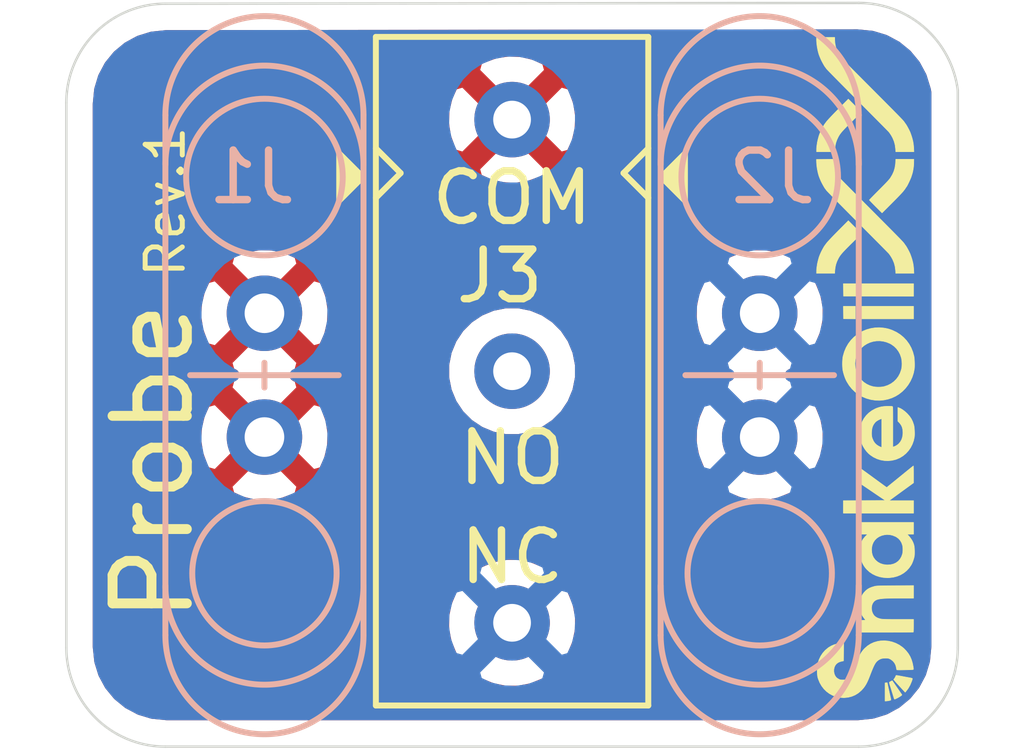
<source format=kicad_pcb>
(kicad_pcb (version 20171130) (host pcbnew 5.1.9+dfsg1-1+deb11u1)

  (general
    (thickness 1.6)
    (drawings 22)
    (tracks 0)
    (zones 0)
    (modules 4)
    (nets 4)
  )

  (page A4)
  (layers
    (0 F.Cu signal)
    (31 B.Cu signal)
    (32 B.Adhes user)
    (33 F.Adhes user)
    (34 B.Paste user)
    (35 F.Paste user)
    (36 B.SilkS user)
    (37 F.SilkS user)
    (38 B.Mask user)
    (39 F.Mask user)
    (40 Dwgs.User user)
    (41 Cmts.User user)
    (42 Eco1.User user)
    (43 Eco2.User user)
    (44 Edge.Cuts user)
    (45 Margin user)
    (46 B.CrtYd user)
    (47 F.CrtYd user)
    (48 B.Fab user)
    (49 F.Fab user)
  )

  (setup
    (last_trace_width 0.25)
    (trace_clearance 0.2)
    (zone_clearance 0.508)
    (zone_45_only no)
    (trace_min 0.2)
    (via_size 0.8)
    (via_drill 0.4)
    (via_min_size 0.4)
    (via_min_drill 0.3)
    (uvia_size 0.3)
    (uvia_drill 0.1)
    (uvias_allowed no)
    (uvia_min_size 0.2)
    (uvia_min_drill 0.1)
    (edge_width 0.05)
    (segment_width 0.2)
    (pcb_text_width 0.3)
    (pcb_text_size 1.5 1.5)
    (mod_edge_width 0.12)
    (mod_text_size 1 1)
    (mod_text_width 0.15)
    (pad_size 1.524 1.524)
    (pad_drill 0.762)
    (pad_to_mask_clearance 0)
    (aux_axis_origin 0 0)
    (visible_elements FFFFFF7F)
    (pcbplotparams
      (layerselection 0x010fc_ffffffff)
      (usegerberextensions false)
      (usegerberattributes true)
      (usegerberadvancedattributes true)
      (creategerberjobfile true)
      (excludeedgelayer true)
      (linewidth 0.100000)
      (plotframeref false)
      (viasonmask false)
      (mode 1)
      (useauxorigin false)
      (hpglpennumber 1)
      (hpglpenspeed 20)
      (hpglpendiameter 15.000000)
      (psnegative false)
      (psa4output false)
      (plotreference true)
      (plotvalue true)
      (plotinvisibletext false)
      (padsonsilk false)
      (subtractmaskfromsilk false)
      (outputformat 1)
      (mirror false)
      (drillshape 0)
      (scaleselection 1)
      (outputdirectory "probe-mount-gerber/"))
  )

  (net 0 "")
  (net 1 "Net-(J1-Pad1)")
  (net 2 "Net-(J2-Pad1)")
  (net 3 "Net-(J3-Pad3)")

  (net_class Default "This is the default net class."
    (clearance 0.2)
    (trace_width 0.25)
    (via_dia 0.8)
    (via_drill 0.4)
    (uvia_dia 0.3)
    (uvia_drill 0.1)
    (add_net "Net-(J1-Pad1)")
    (add_net "Net-(J2-Pad1)")
    (add_net "Net-(J3-Pad3)")
  )

  (module custom-footprints:snakeoilxy-text-logo-XM (layer F.Cu) (tedit 0) (tstamp 64C527F9)
    (at 154.5 124.75 90)
    (fp_text reference G*** (at 0 0 90) (layer F.SilkS) hide
      (effects (font (size 1.524 1.524) (thickness 0.3)))
    )
    (fp_text value LOGO (at 0.75 0 90) (layer F.SilkS) hide
      (effects (font (size 1.524 1.524) (thickness 0.3)))
    )
    (fp_poly (pts (xy 1.140177 -0.067733) (xy 0.885953 -0.067733) (xy 0.887476 -0.187677) (xy 0.889 -0.307622)
      (xy 1.014588 -0.309141) (xy 1.140177 -0.31066) (xy 1.140177 -0.067733)) (layer F.SilkS) (width 0.01))
    (fp_poly (pts (xy 4.3053 -0.852278) (xy 4.332512 -0.851446) (xy 4.360859 -0.849303) (xy 4.382911 -0.846504)
      (xy 4.405849 -0.842849) (xy 4.428199 -0.83966) (xy 4.439355 -0.838281) (xy 4.454638 -0.835699)
      (xy 4.477724 -0.83073) (xy 4.50557 -0.82412) (xy 4.535135 -0.816616) (xy 4.563377 -0.808965)
      (xy 4.586111 -0.80227) (xy 4.610748 -0.793566) (xy 4.642128 -0.780938) (xy 4.677005 -0.76572)
      (xy 4.693355 -0.758205) (xy 4.70819 -0.750854) (xy 4.728149 -0.740415) (xy 4.750597 -0.728336)
      (xy 4.772896 -0.716063) (xy 4.792409 -0.705044) (xy 4.806501 -0.696725) (xy 4.811888 -0.693157)
      (xy 4.818586 -0.688115) (xy 4.832214 -0.678032) (xy 4.850583 -0.664521) (xy 4.865511 -0.653582)
      (xy 4.881519 -0.640704) (xy 4.904734 -0.620315) (xy 4.934516 -0.593018) (xy 4.970223 -0.559417)
      (xy 5.011217 -0.520116) (xy 5.056856 -0.47572) (xy 5.1065 -0.426833) (xy 5.119015 -0.414423)
      (xy 5.324542 -0.210368) (xy 5.193168 -0.079784) (xy 5.161621 -0.048466) (xy 5.132748 -0.019878)
      (xy 5.10749 0.005054) (xy 5.086788 0.025403) (xy 5.071584 0.040245) (xy 5.062819 0.048652)
      (xy 5.061019 0.050227) (xy 5.057023 0.046222) (xy 5.045883 0.034976) (xy 5.028383 0.017282)
      (xy 5.005308 -0.006064) (xy 4.977442 -0.034269) (xy 4.945571 -0.066539) (xy 4.910478 -0.102079)
      (xy 4.8768 -0.136196) (xy 4.825929 -0.187543) (xy 4.781947 -0.231452) (xy 4.743983 -0.268686)
      (xy 4.711165 -0.300009) (xy 4.682625 -0.326181) (xy 4.657491 -0.347967) (xy 4.634893 -0.366129)
      (xy 4.61396 -0.38143) (xy 4.593824 -0.394632) (xy 4.573612 -0.406498) (xy 4.559839 -0.413952)
      (xy 4.500072 -0.442139) (xy 4.441756 -0.462372) (xy 4.381038 -0.475728) (xy 4.314066 -0.483283)
      (xy 4.310944 -0.483497) (xy 4.261555 -0.486803) (xy 4.261555 -0.852311) (xy 4.3053 -0.852278)) (layer F.SilkS) (width 0.01))
    (fp_poly (pts (xy 1.849966 -0.852278) (xy 1.877179 -0.851446) (xy 1.905526 -0.849303) (xy 1.927577 -0.846504)
      (xy 1.950516 -0.842849) (xy 1.972866 -0.83966) (xy 1.984022 -0.838281) (xy 1.999305 -0.835699)
      (xy 2.022391 -0.83073) (xy 2.050237 -0.82412) (xy 2.079802 -0.816616) (xy 2.108043 -0.808965)
      (xy 2.130777 -0.80227) (xy 2.155414 -0.793566) (xy 2.186795 -0.780938) (xy 2.221672 -0.76572)
      (xy 2.238022 -0.758205) (xy 2.252856 -0.750854) (xy 2.272816 -0.740415) (xy 2.295264 -0.728336)
      (xy 2.317562 -0.716063) (xy 2.337076 -0.705044) (xy 2.351168 -0.696725) (xy 2.356555 -0.693157)
      (xy 2.363253 -0.688115) (xy 2.37688 -0.678032) (xy 2.39525 -0.664521) (xy 2.410177 -0.653582)
      (xy 2.426186 -0.640704) (xy 2.449401 -0.620315) (xy 2.479182 -0.593018) (xy 2.51489 -0.559417)
      (xy 2.555883 -0.520116) (xy 2.601522 -0.47572) (xy 2.651166 -0.426833) (xy 2.663682 -0.414423)
      (xy 2.869209 -0.210368) (xy 2.737835 -0.079784) (xy 2.706288 -0.048466) (xy 2.677415 -0.019878)
      (xy 2.652156 0.005054) (xy 2.631455 0.025403) (xy 2.61625 0.040245) (xy 2.607485 0.048652)
      (xy 2.605685 0.050227) (xy 2.60169 0.046222) (xy 2.59055 0.034976) (xy 2.573049 0.017282)
      (xy 2.549974 -0.006064) (xy 2.522109 -0.034269) (xy 2.490237 -0.066539) (xy 2.455145 -0.102079)
      (xy 2.421466 -0.136196) (xy 2.370596 -0.187543) (xy 2.326614 -0.231452) (xy 2.288649 -0.268686)
      (xy 2.255832 -0.300009) (xy 2.227291 -0.326181) (xy 2.202157 -0.347967) (xy 2.179559 -0.366129)
      (xy 2.158627 -0.38143) (xy 2.13849 -0.394632) (xy 2.118278 -0.406498) (xy 2.104505 -0.413952)
      (xy 2.044739 -0.442139) (xy 1.986423 -0.462372) (xy 1.925705 -0.475728) (xy 1.858733 -0.483283)
      (xy 1.855611 -0.483497) (xy 1.806222 -0.486803) (xy 1.806222 -0.852311) (xy 1.849966 -0.852278)) (layer F.SilkS) (width 0.01))
    (fp_poly (pts (xy -6.461486 0.551745) (xy -6.460031 0.565716) (xy -6.459746 0.573713) (xy -6.459888 0.574283)
      (xy -6.465517 0.576059) (xy -6.478756 0.57909) (xy -6.48872 0.58113) (xy -6.509894 0.585435)
      (xy -6.535463 0.590814) (xy -6.5532 0.594645) (xy -6.605508 0.606117) (xy -6.648128 0.615492)
      (xy -6.682407 0.623071) (xy -6.709688 0.629152) (xy -6.731317 0.634035) (xy -6.748638 0.638019)
      (xy -6.760383 0.640782) (xy -6.784455 0.646174) (xy -6.799848 0.648448) (xy -6.808749 0.647542)
      (xy -6.813345 0.643394) (xy -6.814972 0.639234) (xy -6.818808 0.623009) (xy -6.822908 0.601017)
      (xy -6.826566 0.577682) (xy -6.829074 0.557431) (xy -6.829778 0.546475) (xy -6.829778 0.530578)
      (xy -6.464124 0.530578) (xy -6.461486 0.551745)) (layer F.SilkS) (width 0.01))
    (fp_poly (pts (xy -6.452517 0.619153) (xy -6.445831 0.623729) (xy -6.440361 0.632298) (xy -6.434186 0.645014)
      (xy -6.434003 0.645393) (xy -6.419274 0.675829) (xy -6.558204 0.771575) (xy -6.593436 0.795833)
      (xy -6.625804 0.818077) (xy -6.654102 0.837479) (xy -6.677121 0.853214) (xy -6.693653 0.864455)
      (xy -6.702491 0.870375) (xy -6.703501 0.871013) (xy -6.709636 0.868419) (xy -6.719898 0.857405)
      (xy -6.732957 0.839434) (xy -6.734768 0.836697) (xy -6.764042 0.787828) (xy -6.785868 0.742303)
      (xy -6.78944 0.733243) (xy -6.791618 0.726365) (xy -6.790758 0.721354) (xy -6.785058 0.717039)
      (xy -6.772712 0.712249) (xy -6.751917 0.705811) (xy -6.743228 0.703225) (xy -6.718958 0.695947)
      (xy -6.697385 0.689359) (xy -6.681787 0.684466) (xy -6.677378 0.683013) (xy -6.665152 0.679084)
      (xy -6.64597 0.673203) (xy -6.62372 0.666559) (xy -6.620934 0.66574) (xy -6.594395 0.657782)
      (xy -6.563265 0.64821) (xy -6.533681 0.638912) (xy -6.529836 0.637683) (xy -6.499079 0.627834)
      (xy -6.47722 0.62136) (xy -6.46234 0.618415) (xy -6.452517 0.619153)) (layer F.SilkS) (width 0.01))
    (fp_poly (pts (xy -6.37238 0.721984) (xy -6.354251 0.733532) (xy -6.335868 0.742858) (xy -6.329636 0.745268)
      (xy -6.316927 0.750396) (xy -6.312261 0.757095) (xy -6.312991 0.769782) (xy -6.313386 0.77237)
      (xy -6.316676 0.792217) (xy -6.32154 0.819969) (xy -6.3274 0.852449) (xy -6.333681 0.886479)
      (xy -6.339808 0.918881) (xy -6.341666 0.928511) (xy -6.346134 0.952138) (xy -6.351599 0.981915)
      (xy -6.357152 1.012868) (xy -6.359442 1.025878) (xy -6.364681 1.053415) (xy -6.369222 1.071205)
      (xy -6.373545 1.080726) (xy -6.378119 1.083458) (xy -6.387178 1.08156) (xy -6.403763 1.076752)
      (xy -6.424779 1.069951) (xy -6.431845 1.067534) (xy -6.505681 1.036741) (xy -6.574308 0.997681)
      (xy -6.632223 0.9544) (xy -6.651978 0.937536) (xy -6.637867 0.924104) (xy -6.622871 0.909999)
      (xy -6.602515 0.891092) (xy -6.578207 0.868668) (xy -6.551352 0.844009) (xy -6.523358 0.818398)
      (xy -6.49563 0.793118) (xy -6.469576 0.769452) (xy -6.446601 0.748683) (xy -6.428113 0.732095)
      (xy -6.415517 0.720969) (xy -6.410926 0.717093) (xy -6.395651 0.705126) (xy -6.37238 0.721984)) (layer F.SilkS) (width 0.01))
    (fp_poly (pts (xy 1.597377 1.106311) (xy 1.343334 1.106311) (xy 1.344767 0.399345) (xy 1.3462 -0.307622)
      (xy 1.471788 -0.309141) (xy 1.597377 -0.31066) (xy 1.597377 1.106311)) (layer F.SilkS) (width 0.01))
    (fp_poly (pts (xy 1.140177 1.106311) (xy 0.886177 1.106311) (xy 0.886177 0.045156) (xy 1.140177 0.045156)
      (xy 1.140177 1.106311)) (layer F.SilkS) (width 0.01))
    (fp_poly (pts (xy -2.779889 0.537804) (xy -2.725397 0.45658) (xy -2.707725 0.430316) (xy -2.685114 0.396831)
      (xy -2.658991 0.358231) (xy -2.63078 0.31662) (xy -2.601907 0.274101) (xy -2.573797 0.232779)
      (xy -2.570952 0.2286) (xy -2.545803 0.191617) (xy -2.522251 0.15687) (xy -2.501176 0.125666)
      (xy -2.483455 0.099309) (xy -2.469968 0.079104) (xy -2.461593 0.066357) (xy -2.459786 0.0635)
      (xy -2.448574 0.045156) (xy -2.296261 0.045156) (xy -2.247241 0.045356) (xy -2.207269 0.045943)
      (xy -2.176847 0.0469) (xy -2.15648 0.048207) (xy -2.146668 0.049846) (xy -2.14583 0.050686)
      (xy -2.149563 0.056608) (xy -2.159052 0.07031) (xy -2.173363 0.090482) (xy -2.191562 0.115813)
      (xy -2.212713 0.144993) (xy -2.229362 0.167808) (xy -2.28145 0.239014) (xy -2.328743 0.303695)
      (xy -2.371002 0.361527) (xy -2.407991 0.412186) (xy -2.439473 0.455344) (xy -2.465209 0.490679)
      (xy -2.484964 0.517863) (xy -2.498499 0.536572) (xy -2.505297 0.54608) (xy -2.518163 0.564405)
      (xy -2.43736 0.663941) (xy -2.407485 0.700729) (xy -2.37387 0.7421) (xy -2.339282 0.784651)
      (xy -2.306486 0.82498) (xy -2.280201 0.857284) (xy -2.237245 0.91007) (xy -2.200891 0.954773)
      (xy -2.170606 0.992059) (xy -2.145858 1.022591) (xy -2.126112 1.047034) (xy -2.110836 1.066053)
      (xy -2.099495 1.080312) (xy -2.091556 1.090475) (xy -2.086486 1.097208) (xy -2.083751 1.101175)
      (xy -2.082818 1.10304) (xy -2.0828 1.103197) (xy -2.088216 1.103971) (xy -2.103546 1.104667)
      (xy -2.127417 1.105262) (xy -2.158455 1.105732) (xy -2.195286 1.106052) (xy -2.236536 1.106198)
      (xy -2.253545 1.106202) (xy -2.424289 1.106093) (xy -2.492579 1.011658) (xy -2.517271 0.97756)
      (xy -2.545624 0.938489) (xy -2.576444 0.896084) (xy -2.608538 0.85198) (xy -2.640713 0.807815)
      (xy -2.671775 0.765227) (xy -2.700531 0.725853) (xy -2.725788 0.691331) (xy -2.746353 0.663297)
      (xy -2.756217 0.649902) (xy -2.782712 0.614003) (xy -2.782712 1.106311) (xy -3.036712 1.106311)
      (xy -3.036712 -0.310444) (xy -2.782783 -0.310444) (xy -2.779889 0.537804)) (layer F.SilkS) (width 0.01))
    (fp_poly (pts (xy -4.866306 0.026173) (xy -4.839268 0.026675) (xy -4.818651 0.027852) (xy -4.802025 0.029968)
      (xy -4.786955 0.033288) (xy -4.77101 0.038075) (xy -4.761089 0.041393) (xy -4.723179 0.055396)
      (xy -4.692738 0.069523) (xy -4.666096 0.085738) (xy -4.639586 0.106005) (xy -4.638097 0.107245)
      (xy -4.602837 0.140049) (xy -4.574315 0.174704) (xy -4.551196 0.213493) (xy -4.532144 0.258696)
      (xy -4.515825 0.312594) (xy -4.5142 0.318911) (xy -4.511908 0.328449) (xy -4.509931 0.338261)
      (xy -4.508239 0.349254) (xy -4.506802 0.362335) (xy -4.505588 0.378411) (xy -4.504568 0.398388)
      (xy -4.503711 0.423173) (xy -4.502986 0.453673) (xy -4.502363 0.490796) (xy -4.501812 0.535447)
      (xy -4.501302 0.588533) (xy -4.500802 0.650962) (xy -4.500282 0.723641) (xy -4.500202 0.735189)
      (xy -4.497653 1.106311) (xy -4.752623 1.106311) (xy -4.752672 0.845256) (xy -4.752863 0.75895)
      (xy -4.753468 0.683124) (xy -4.75459 0.616971) (xy -4.75633 0.559686) (xy -4.758791 0.510463)
      (xy -4.762075 0.468496) (xy -4.766284 0.432981) (xy -4.771519 0.403111) (xy -4.777883 0.378081)
      (xy -4.785479 0.357085) (xy -4.794407 0.339317) (xy -4.804771 0.323973) (xy -4.816671 0.310246)
      (xy -4.821006 0.305883) (xy -4.852857 0.282291) (xy -4.890681 0.266583) (xy -4.932418 0.25871)
      (xy -4.976009 0.258624) (xy -5.019391 0.266278) (xy -5.060505 0.281624) (xy -5.097291 0.304614)
      (xy -5.106647 0.312515) (xy -5.133785 0.344296) (xy -5.155056 0.384861) (xy -5.169879 0.433015)
      (xy -5.17293 0.448469) (xy -5.174917 0.461732) (xy -5.17659 0.477498) (xy -5.177974 0.496759)
      (xy -5.179093 0.520507) (xy -5.179971 0.549732) (xy -5.180633 0.585425) (xy -5.181102 0.628578)
      (xy -5.181404 0.680182) (xy -5.181561 0.741228) (xy -5.1816 0.802251) (xy -5.1816 1.106311)
      (xy -5.30766 1.106311) (xy -5.344296 1.10615) (xy -5.377082 1.105697) (xy -5.404356 1.105002)
      (xy -5.424455 1.104112) (xy -5.435714 1.103075) (xy -5.437482 1.102548) (xy -5.438026 1.096482)
      (xy -5.438546 1.079916) (xy -5.439037 1.053641) (xy -5.439493 1.018446) (xy -5.439909 0.97512)
      (xy -5.440279 0.924453) (xy -5.440597 0.867234) (xy -5.440858 0.804254) (xy -5.441057 0.736302)
      (xy -5.441187 0.664167) (xy -5.441243 0.588639) (xy -5.441245 0.571858) (xy -5.441245 0.044931)
      (xy -5.3213 0.046455) (xy -5.201356 0.047978) (xy -5.199722 0.094243) (xy -5.198087 0.140507)
      (xy -5.161447 0.111304) (xy -5.112926 0.076624) (xy -5.06494 0.050836) (xy -5.032023 0.037817)
      (xy -5.017601 0.033363) (xy -5.002767 0.030181) (xy -4.985263 0.028066) (xy -4.96283 0.026814)
      (xy -4.933209 0.026221) (xy -4.9022 0.026083) (xy -4.866306 0.026173)) (layer F.SilkS) (width 0.01))
    (fp_poly (pts (xy -6.169603 -0.837966) (xy -6.130849 -0.835914) (xy -6.097743 -0.832512) (xy -6.073423 -0.827854)
      (xy -5.994377 -0.801444) (xy -5.923726 -0.76775) (xy -5.860953 -0.726416) (xy -5.80554 -0.677088)
      (xy -5.75697 -0.619411) (xy -5.745163 -0.602657) (xy -5.716654 -0.55434) (xy -5.693829 -0.501153)
      (xy -5.676146 -0.441443) (xy -5.663066 -0.373557) (xy -5.658215 -0.337176) (xy -5.654413 -0.304642)
      (xy -5.836614 -0.306132) (xy -6.018814 -0.307622) (xy -6.025931 -0.342521) (xy -6.03757 -0.385199)
      (xy -6.05396 -0.419823) (xy -6.076435 -0.449101) (xy -6.080553 -0.453338) (xy -6.112346 -0.477599)
      (xy -6.149811 -0.493954) (xy -6.190792 -0.502479) (xy -6.233133 -0.503246) (xy -6.274676 -0.496331)
      (xy -6.313267 -0.481808) (xy -6.346748 -0.45975) (xy -6.362901 -0.443621) (xy -6.371319 -0.431933)
      (xy -6.381914 -0.414858) (xy -6.388297 -0.403577) (xy -6.395487 -0.389189) (xy -6.400009 -0.375952)
      (xy -6.402467 -0.360534) (xy -6.403463 -0.339603) (xy -6.403614 -0.318911) (xy -6.403285 -0.291659)
      (xy -6.401902 -0.272327) (xy -6.398873 -0.257554) (xy -6.393605 -0.24398) (xy -6.388659 -0.234132)
      (xy -6.370044 -0.206556) (xy -6.3445 -0.178948) (xy -6.315769 -0.15496) (xy -6.293073 -0.140865)
      (xy -6.277371 -0.133561) (xy -6.254537 -0.123822) (xy -6.228041 -0.113098) (xy -6.209016 -0.105722)
      (xy -6.181971 -0.095437) (xy -6.156023 -0.085549) (xy -6.134663 -0.07739) (xy -6.124223 -0.073385)
      (xy -6.108418 -0.067306) (xy -6.085457 -0.058478) (xy -6.058721 -0.048201) (xy -6.037533 -0.040059)
      (xy -5.96612 -0.010497) (xy -5.904511 0.019742) (xy -5.851225 0.051529) (xy -5.804779 0.085737)
      (xy -5.769135 0.117797) (xy -5.718238 0.175353) (xy -5.677336 0.237993) (xy -5.646309 0.305967)
      (xy -5.625039 0.379526) (xy -5.615199 0.440445) (xy -5.611923 0.518818) (xy -5.619098 0.597157)
      (xy -5.636243 0.673989) (xy -5.662877 0.747839) (xy -5.69852 0.817235) (xy -5.74269 0.880701)
      (xy -5.768623 0.910608) (xy -5.820173 0.9607) (xy -5.873822 1.002337) (xy -5.931121 1.036266)
      (xy -5.993624 1.063238) (xy -6.062883 1.084001) (xy -6.140451 1.099305) (xy -6.167848 1.103246)
      (xy -6.183052 1.10459) (xy -6.190597 1.102458) (xy -6.193889 1.095617) (xy -6.194319 1.093659)
      (xy -6.195123 1.084814) (xy -6.196082 1.066276) (xy -6.19714 1.039638) (xy -6.198238 1.006494)
      (xy -6.19932 0.968437) (xy -6.200329 0.927061) (xy -6.200392 0.924219) (xy -6.201355 0.876518)
      (xy -6.201872 0.838998) (xy -6.201916 0.810557) (xy -6.201459 0.790096) (xy -6.200475 0.776515)
      (xy -6.198936 0.768711) (xy -6.196817 0.765586) (xy -6.196498 0.765466) (xy -6.187382 0.763591)
      (xy -6.170819 0.760723) (xy -6.152078 0.757743) (xy -6.104287 0.744906) (xy -6.060592 0.722265)
      (xy -6.02261 0.69103) (xy -5.991957 0.65241) (xy -5.978573 0.62796) (xy -5.971552 0.611797)
      (xy -5.967117 0.597303) (xy -5.964721 0.581085) (xy -5.963819 0.559749) (xy -5.963809 0.536223)
      (xy -5.965969 0.493624) (xy -5.97241 0.458489) (xy -5.984167 0.427469) (xy -6.002273 0.397217)
      (xy -6.009957 0.386645) (xy -6.023095 0.370817) (xy -6.038295 0.35598) (xy -6.056561 0.34161)
      (xy -6.078897 0.327177) (xy -6.106308 0.312156) (xy -6.139798 0.296019) (xy -6.180372 0.27824)
      (xy -6.229033 0.258292) (xy -6.286786 0.235647) (xy -6.327423 0.220089) (xy -6.390358 0.19504)
      (xy -6.444021 0.171019) (xy -6.490231 0.146942) (xy -6.530805 0.121724) (xy -6.567562 0.094283)
      (xy -6.602319 0.063534) (xy -6.620934 0.045135) (xy -6.669042 -0.011871) (xy -6.707363 -0.074335)
      (xy -6.735694 -0.14175) (xy -6.753833 -0.213609) (xy -6.761578 -0.289407) (xy -6.761868 -0.307622)
      (xy -6.756479 -0.38436) (xy -6.740681 -0.457707) (xy -6.71503 -0.526961) (xy -6.680081 -0.591421)
      (xy -6.636389 -0.650385) (xy -6.584509 -0.703152) (xy -6.524998 -0.74902) (xy -6.458409 -0.787288)
      (xy -6.385298 -0.817255) (xy -6.35 -0.827958) (xy -6.325049 -0.832666) (xy -6.29173 -0.83602)
      (xy -6.252848 -0.838021) (xy -6.211204 -0.838669) (xy -6.169603 -0.837966)) (layer F.SilkS) (width 0.01))
    (fp_poly (pts (xy 6.563077 -0.852792) (xy 6.565103 -0.850246) (xy 6.566731 -0.842296) (xy 6.567994 -0.828017)
      (xy 6.568929 -0.806485) (xy 6.569572 -0.776773) (xy 6.569957 -0.737958) (xy 6.570121 -0.689113)
      (xy 6.570133 -0.668866) (xy 6.570133 -0.485422) (xy 6.525082 -0.485422) (xy 6.453592 -0.480431)
      (xy 6.380966 -0.466035) (xy 6.309661 -0.443094) (xy 6.242133 -0.41247) (xy 6.180838 -0.375026)
      (xy 6.155266 -0.355631) (xy 6.149378 -0.350118) (xy 6.135949 -0.337082) (xy 6.115431 -0.316974)
      (xy 6.088279 -0.29024) (xy 6.054944 -0.257331) (xy 6.01588 -0.218695) (xy 5.971539 -0.174781)
      (xy 5.922374 -0.126037) (xy 5.868839 -0.072912) (xy 5.811386 -0.015856) (xy 5.750467 0.044683)
      (xy 5.686537 0.108257) (xy 5.620047 0.174416) (xy 5.55145 0.242711) (xy 5.5372 0.256904)
      (xy 5.453103 0.340661) (xy 5.376612 0.416825) (xy 5.307338 0.485776) (xy 5.244894 0.54789)
      (xy 5.188892 0.603548) (xy 5.138942 0.653126) (xy 5.094656 0.697004) (xy 5.055648 0.73556)
      (xy 5.021527 0.769173) (xy 4.991906 0.79822) (xy 4.966398 0.82308) (xy 4.944612 0.844132)
      (xy 4.926162 0.861753) (xy 4.910659 0.876323) (xy 4.897715 0.88822) (xy 4.886942 0.897821)
      (xy 4.877951 0.905507) (xy 4.870354 0.911654) (xy 4.863763 0.916641) (xy 4.857789 0.920847)
      (xy 4.85218 0.924562) (xy 4.838047 0.933985) (xy 4.828274 0.940995) (xy 4.826 0.942939)
      (xy 4.81706 0.950038) (xy 4.800097 0.960873) (xy 4.777256 0.974281) (xy 4.750682 0.989096)
      (xy 4.722522 1.004156) (xy 4.69492 1.018296) (xy 4.670024 1.030351) (xy 4.649978 1.039157)
      (xy 4.645377 1.040937) (xy 4.581891 1.063267) (xy 4.52535 1.080485) (xy 4.472974 1.093218)
      (xy 4.421983 1.102088) (xy 4.369598 1.10772) (xy 4.339166 1.109663) (xy 4.261555 1.113598)
      (xy 4.261555 0.74673) (xy 4.322119 0.742814) (xy 4.398063 0.733249) (xy 4.469805 0.714291)
      (xy 4.539482 0.685268) (xy 4.586111 0.659835) (xy 4.610507 0.644537) (xy 4.635081 0.627866)
      (xy 4.655399 0.612859) (xy 4.659488 0.609562) (xy 4.666656 0.602954) (xy 4.681349 0.588818)
      (xy 4.703109 0.567608) (xy 4.731477 0.539779) (xy 4.765995 0.505785) (xy 4.806205 0.46608)
      (xy 4.851648 0.421117) (xy 4.901867 0.371351) (xy 4.956402 0.317236) (xy 5.014795 0.259225)
      (xy 5.076588 0.197774) (xy 5.141322 0.133335) (xy 5.20854 0.066362) (xy 5.277782 -0.002689)
      (xy 5.300133 -0.024991) (xy 5.369894 -0.09455) (xy 5.437777 -0.162119) (xy 5.503326 -0.227247)
      (xy 5.566081 -0.289485) (xy 5.625586 -0.348382) (xy 5.681382 -0.403489) (xy 5.733012 -0.454354)
      (xy 5.780017 -0.500529) (xy 5.821941 -0.541562) (xy 5.858325 -0.577003) (xy 5.888712 -0.606403)
      (xy 5.912643 -0.629311) (xy 5.929662 -0.645277) (xy 5.939309 -0.653851) (xy 5.940777 -0.654968)
      (xy 5.956288 -0.665588) (xy 5.967666 -0.673914) (xy 5.971822 -0.6775) (xy 5.979158 -0.683357)
      (xy 5.994439 -0.693113) (xy 6.015529 -0.705585) (xy 6.040294 -0.719587) (xy 6.066598 -0.733934)
      (xy 6.092308 -0.747442) (xy 6.115288 -0.758926) (xy 6.133405 -0.767199) (xy 6.133413 -0.767203)
      (xy 6.155283 -0.776384) (xy 6.174238 -0.784377) (xy 6.187013 -0.789801) (xy 6.189133 -0.790713)
      (xy 6.23025 -0.805845) (xy 6.27973 -0.819721) (xy 6.334675 -0.831859) (xy 6.392184 -0.841779)
      (xy 6.44936 -0.848998) (xy 6.503303 -0.853037) (xy 6.551114 -0.853413) (xy 6.563077 -0.852792)) (layer F.SilkS) (width 0.01))
    (fp_poly (pts (xy 3.29176 0.218362) (xy 3.303732 0.22947) (xy 3.322103 0.24705) (xy 3.346087 0.270335)
      (xy 3.374902 0.298562) (xy 3.407765 0.330966) (xy 3.443892 0.366782) (xy 3.4825 0.405245)
      (xy 3.487932 0.41067) (xy 3.538324 0.460843) (xy 3.581587 0.503501) (xy 3.618403 0.539281)
      (xy 3.649452 0.568821) (xy 3.675414 0.592756) (xy 3.696972 0.611725) (xy 3.714805 0.626364)
      (xy 3.729595 0.63731) (xy 3.731783 0.638801) (xy 3.798092 0.67865) (xy 3.864126 0.708326)
      (xy 3.932252 0.728629) (xy 4.00484 0.740361) (xy 4.040011 0.74308) (xy 4.109155 0.746809)
      (xy 4.109155 1.111956) (xy 4.054122 1.111128) (xy 4.024391 1.1103) (xy 3.993397 1.108821)
      (xy 3.966537 1.106965) (xy 3.959577 1.106325) (xy 3.933324 1.102987) (xy 3.902909 1.098053)
      (xy 3.871833 1.092201) (xy 3.843597 1.086106) (xy 3.821701 1.080447) (xy 3.815644 1.078506)
      (xy 3.803447 1.074459) (xy 3.784311 1.06837) (xy 3.762104 1.061466) (xy 3.7592 1.060574)
      (xy 3.741379 1.054201) (xy 3.717373 1.044345) (xy 3.689299 1.032015) (xy 3.659274 1.018216)
      (xy 3.629413 1.003957) (xy 3.601833 0.990246) (xy 3.578651 0.978089) (xy 3.561983 0.968495)
      (xy 3.554601 0.963187) (xy 3.545606 0.956175) (xy 3.531287 0.946621) (xy 3.524955 0.942709)
      (xy 3.510931 0.933926) (xy 3.501435 0.92736) (xy 3.499555 0.925724) (xy 3.494013 0.920944)
      (xy 3.481786 0.911238) (xy 3.465215 0.898455) (xy 3.460044 0.894522) (xy 3.448702 0.884957)
      (xy 3.430363 0.868285) (xy 3.405978 0.84542) (xy 3.376497 0.817275) (xy 3.342868 0.784762)
      (xy 3.306041 0.748794) (xy 3.266966 0.710285) (xy 3.226592 0.670147) (xy 3.224897 0.668453)
      (xy 3.026439 0.470203) (xy 3.154386 0.342346) (xy 3.185638 0.311256) (xy 3.214415 0.282895)
      (xy 3.239731 0.258213) (xy 3.260603 0.23816) (xy 3.276045 0.223684) (xy 3.285075 0.215736)
      (xy 3.286968 0.214489) (xy 3.29176 0.218362)) (layer F.SilkS) (width 0.01))
    (fp_poly (pts (xy 4.107821 -0.669891) (xy 4.109309 -0.485422) (xy 4.067004 -0.485422) (xy 3.997346 -0.480457)
      (xy 3.925996 -0.466173) (xy 3.855553 -0.443492) (xy 3.788619 -0.413331) (xy 3.727792 -0.37661)
      (xy 3.699933 -0.355631) (xy 3.694044 -0.350118) (xy 3.680615 -0.337082) (xy 3.660098 -0.316974)
      (xy 3.632945 -0.29024) (xy 3.599611 -0.257331) (xy 3.560546 -0.218695) (xy 3.516206 -0.174781)
      (xy 3.467041 -0.126037) (xy 3.413506 -0.072912) (xy 3.356053 -0.015856) (xy 3.295134 0.044683)
      (xy 3.231204 0.108257) (xy 3.164714 0.174416) (xy 3.096117 0.242711) (xy 3.081866 0.256904)
      (xy 2.997769 0.340661) (xy 2.921278 0.416825) (xy 2.852005 0.485776) (xy 2.789561 0.54789)
      (xy 2.733558 0.603548) (xy 2.683608 0.653126) (xy 2.639323 0.697004) (xy 2.600314 0.73556)
      (xy 2.566194 0.769173) (xy 2.536573 0.79822) (xy 2.511064 0.82308) (xy 2.489279 0.844132)
      (xy 2.470829 0.861753) (xy 2.455326 0.876323) (xy 2.442382 0.88822) (xy 2.431609 0.897821)
      (xy 2.422617 0.905507) (xy 2.41502 0.911654) (xy 2.408429 0.916641) (xy 2.402456 0.920847)
      (xy 2.396847 0.924562) (xy 2.382714 0.933985) (xy 2.372941 0.940995) (xy 2.370666 0.942939)
      (xy 2.361727 0.950038) (xy 2.344764 0.960873) (xy 2.321923 0.974281) (xy 2.295349 0.989096)
      (xy 2.267188 1.004156) (xy 2.239587 1.018296) (xy 2.21469 1.030351) (xy 2.194644 1.039157)
      (xy 2.190044 1.040937) (xy 2.126558 1.063267) (xy 2.070017 1.080485) (xy 2.01764 1.093218)
      (xy 1.966649 1.102088) (xy 1.914264 1.10772) (xy 1.883833 1.109663) (xy 1.806222 1.113598)
      (xy 1.806222 0.74673) (xy 1.866785 0.742814) (xy 1.942729 0.733249) (xy 2.014471 0.714291)
      (xy 2.084149 0.685268) (xy 2.130777 0.659835) (xy 2.155174 0.644537) (xy 2.179748 0.627866)
      (xy 2.200066 0.612859) (xy 2.204155 0.609562) (xy 2.211323 0.602954) (xy 2.226016 0.588818)
      (xy 2.247775 0.567608) (xy 2.276144 0.539779) (xy 2.310662 0.505785) (xy 2.350872 0.46608)
      (xy 2.396315 0.421117) (xy 2.446533 0.371351) (xy 2.501068 0.317236) (xy 2.559461 0.259225)
      (xy 2.621254 0.197774) (xy 2.685989 0.133335) (xy 2.753206 0.066362) (xy 2.822449 -0.002689)
      (xy 2.8448 -0.024991) (xy 2.91456 -0.09455) (xy 2.982444 -0.162119) (xy 3.047992 -0.227247)
      (xy 3.110748 -0.289485) (xy 3.170252 -0.348382) (xy 3.226048 -0.403489) (xy 3.277678 -0.454354)
      (xy 3.324684 -0.500529) (xy 3.366608 -0.541562) (xy 3.402992 -0.577003) (xy 3.433379 -0.606403)
      (xy 3.45731 -0.629311) (xy 3.474328 -0.645277) (xy 3.483976 -0.653851) (xy 3.485444 -0.654968)
      (xy 3.500954 -0.665588) (xy 3.512332 -0.673914) (xy 3.516488 -0.6775) (xy 3.523825 -0.683357)
      (xy 3.539106 -0.693113) (xy 3.560196 -0.705585) (xy 3.58496 -0.719587) (xy 3.611265 -0.733934)
      (xy 3.636975 -0.747442) (xy 3.659955 -0.758926) (xy 3.678071 -0.767199) (xy 3.67808 -0.767203)
      (xy 3.69995 -0.776384) (xy 3.718905 -0.784377) (xy 3.73168 -0.789801) (xy 3.7338 -0.790713)
      (xy 3.773588 -0.805417) (xy 3.821774 -0.819119) (xy 3.875473 -0.83126) (xy 3.931802 -0.841282)
      (xy 3.987879 -0.848626) (xy 4.040819 -0.852733) (xy 4.056646 -0.853273) (xy 4.106333 -0.854361)
      (xy 4.107821 -0.669891)) (layer F.SilkS) (width 0.01))
    (fp_poly (pts (xy 0.022104 -0.328996) (xy 0.06932 -0.326139) (xy 0.110843 -0.321259) (xy 0.133272 -0.317007)
      (xy 0.223709 -0.290728) (xy 0.307682 -0.255212) (xy 0.385107 -0.210517) (xy 0.455901 -0.156699)
      (xy 0.519982 -0.093818) (xy 0.577265 -0.021931) (xy 0.595839 0.005573) (xy 0.636989 0.079242)
      (xy 0.669367 0.15861) (xy 0.692576 0.241858) (xy 0.706217 0.327162) (xy 0.709892 0.412703)
      (xy 0.703204 0.496658) (xy 0.703196 0.496711) (xy 0.695866 0.542357) (xy 0.68787 0.580839)
      (xy 0.678119 0.616276) (xy 0.665521 0.652786) (xy 0.654142 0.681885) (xy 0.615344 0.763168)
      (xy 0.567763 0.837658) (xy 0.51197 0.904881) (xy 0.448534 0.964362) (xy 0.378026 1.015629)
      (xy 0.301017 1.058207) (xy 0.218077 1.091624) (xy 0.132644 1.114805) (xy 0.105172 1.119131)
      (xy 0.069602 1.122596) (xy 0.029099 1.125093) (xy -0.01317 1.126516) (xy -0.054039 1.126756)
      (xy -0.090344 1.125708) (xy -0.118534 1.123314) (xy -0.206157 1.106193) (xy -0.290632 1.078797)
      (xy -0.371011 1.041773) (xy -0.446346 0.99577) (xy -0.51569 0.941437) (xy -0.578093 0.879423)
      (xy -0.632608 0.810376) (xy -0.673844 0.743316) (xy -0.70884 0.667435) (xy -0.735086 0.586597)
      (xy -0.752131 0.503025) (xy -0.759524 0.418942) (xy -0.758232 0.379654) (xy -0.491178 0.379654)
      (xy -0.490664 0.432002) (xy -0.485966 0.481375) (xy -0.479299 0.515524) (xy -0.455767 0.58598)
      (xy -0.42304 0.650287) (xy -0.381749 0.707832) (xy -0.332527 0.758005) (xy -0.276004 0.800194)
      (xy -0.212814 0.833787) (xy -0.143589 0.858175) (xy -0.118534 0.864318) (xy -0.072301 0.871069)
      (xy -0.020272 0.873058) (xy 0.033165 0.8704) (xy 0.083627 0.863211) (xy 0.104422 0.858469)
      (xy 0.170242 0.835676) (xy 0.231158 0.803356) (xy 0.286073 0.762393) (xy 0.33389 0.713669)
      (xy 0.373512 0.658067) (xy 0.389216 0.629356) (xy 0.417103 0.561863) (xy 0.434808 0.493134)
      (xy 0.442714 0.424133) (xy 0.441204 0.355824) (xy 0.430662 0.289172) (xy 0.411471 0.225141)
      (xy 0.384014 0.164694) (xy 0.348675 0.108798) (xy 0.305837 0.058414) (xy 0.255882 0.014509)
      (xy 0.199195 -0.021954) (xy 0.136159 -0.050011) (xy 0.116599 -0.056482) (xy 0.051656 -0.071237)
      (xy -0.014696 -0.076702) (xy -0.071261 -0.073578) (xy -0.142358 -0.06074) (xy -0.205705 -0.04078)
      (xy -0.262819 -0.013023) (xy -0.315215 0.023203) (xy -0.342555 0.046967) (xy -0.392172 0.100751)
      (xy -0.432062 0.160263) (xy -0.462244 0.225535) (xy -0.479631 0.282824) (xy -0.487502 0.328529)
      (xy -0.491178 0.379654) (xy -0.758232 0.379654) (xy -0.756815 0.336572) (xy -0.756643 0.334844)
      (xy -0.741996 0.242048) (xy -0.717449 0.154299) (xy -0.683296 0.072033) (xy -0.639833 -0.004317)
      (xy -0.587357 -0.074315) (xy -0.526164 -0.137528) (xy -0.456549 -0.193519) (xy -0.378808 -0.241856)
      (xy -0.355901 -0.25382) (xy -0.31318 -0.272835) (xy -0.263299 -0.291035) (xy -0.210374 -0.307052)
      (xy -0.15852 -0.319518) (xy -0.158045 -0.319615) (xy -0.120881 -0.32514) (xy -0.07628 -0.328526)
      (xy -0.027524 -0.329801) (xy 0.022104 -0.328996)) (layer F.SilkS) (width 0.01))
    (fp_poly (pts (xy -1.360551 0.024864) (xy -1.332312 0.027849) (xy -1.258083 0.044244) (xy -1.188086 0.07075)
      (xy -1.123119 0.106728) (xy -1.063976 0.151537) (xy -1.011455 0.204537) (xy -0.96635 0.265085)
      (xy -0.929459 0.332543) (xy -0.916809 0.362259) (xy -0.899836 0.411203) (xy -0.888159 0.459329)
      (xy -0.881155 0.510196) (xy -0.878204 0.56736) (xy -0.878022 0.5842) (xy -0.878174 0.614664)
      (xy -0.878801 0.641639) (xy -0.879813 0.662858) (xy -0.88112 0.676057) (xy -0.881768 0.678745)
      (xy -0.883059 0.68063) (xy -0.885788 0.68226) (xy -0.890725 0.683653) (xy -0.898641 0.684827)
      (xy -0.910307 0.685801) (xy -0.926492 0.686594) (xy -0.947967 0.687223) (xy -0.975503 0.687709)
      (xy -1.009871 0.688068) (xy -1.05184 0.68832) (xy -1.102181 0.688482) (xy -1.161666 0.688575)
      (xy -1.231063 0.688615) (xy -1.293013 0.688623) (xy -1.700202 0.688623) (xy -1.696392 0.704145)
      (xy -1.684661 0.736014) (xy -1.665685 0.769486) (xy -1.641932 0.800408) (xy -1.634349 0.808462)
      (xy -1.594461 0.841866) (xy -1.549415 0.86648) (xy -1.498309 0.882634) (xy -1.440246 0.890657)
      (xy -1.407473 0.891726) (xy -1.352161 0.888327) (xy -1.304038 0.877456) (xy -1.261255 0.858405)
      (xy -1.221961 0.830467) (xy -1.203899 0.813793) (xy -1.18013 0.790223) (xy -0.902351 0.790223)
      (xy -0.906284 0.802923) (xy -0.922143 0.84102) (xy -0.94668 0.8825) (xy -0.978584 0.925489)
      (xy -1.016542 0.968111) (xy -1.034024 0.985499) (xy -1.082433 1.027508) (xy -1.131921 1.060887)
      (xy -1.185507 1.087326) (xy -1.246212 1.108515) (xy -1.261534 1.112833) (xy -1.285717 1.117628)
      (xy -1.318089 1.121582) (xy -1.355574 1.124553) (xy -1.395093 1.126398) (xy -1.43357 1.126975)
      (xy -1.467927 1.126142) (xy -1.495086 1.123758) (xy -1.495778 1.123657) (xy -1.572921 1.107013)
      (xy -1.645867 1.080728) (xy -1.713766 1.045507) (xy -1.775765 1.002054) (xy -1.831014 0.951073)
      (xy -1.878661 0.893269) (xy -1.917856 0.829345) (xy -1.947747 0.760005) (xy -1.952407 0.745951)
      (xy -1.97066 0.669907) (xy -1.978093 0.592911) (xy -1.974956 0.516108) (xy -1.965454 0.462845)
      (xy -1.710176 0.462845) (xy -1.128129 0.462845) (xy -1.131695 0.450145) (xy -1.141051 0.424819)
      (xy -1.154996 0.396493) (xy -1.171367 0.368915) (xy -1.188004 0.345834) (xy -1.198304 0.334677)
      (xy -1.235785 0.304885) (xy -1.275725 0.283092) (xy -1.320087 0.268617) (xy -1.370832 0.260781)
      (xy -1.417026 0.258835) (xy -1.448358 0.259118) (xy -1.47225 0.260569) (xy -1.49253 0.263699)
      (xy -1.513027 0.269018) (xy -1.527093 0.273495) (xy -1.578705 0.295465) (xy -1.621992 0.324663)
      (xy -1.657694 0.361797) (xy -1.686555 0.407573) (xy -1.700649 0.438856) (xy -1.710176 0.462845)
      (xy -1.965454 0.462845) (xy -1.961493 0.440647) (xy -1.937953 0.367675) (xy -1.904583 0.298338)
      (xy -1.861629 0.233784) (xy -1.835307 0.202175) (xy -1.79133 0.159808) (xy -1.738992 0.120389)
      (xy -1.681155 0.085667) (xy -1.620685 0.057389) (xy -1.569156 0.039671) (xy -1.535538 0.032485)
      (xy -1.494319 0.027235) (xy -1.449048 0.024096) (xy -1.403275 0.023247) (xy -1.360551 0.024864)) (layer F.SilkS) (width 0.01))
    (fp_poly (pts (xy -3.767084 0.025659) (xy -3.738721 0.026211) (xy -3.716892 0.027447) (xy -3.69922 0.029588)
      (xy -3.683329 0.03285) (xy -3.666842 0.037454) (xy -3.663245 0.038561) (xy -3.609454 0.059314)
      (xy -3.561693 0.086883) (xy -3.516804 0.123192) (xy -3.503789 0.135714) (xy -3.460045 0.179254)
      (xy -3.460045 0.045156) (xy -3.222978 0.045156) (xy -3.222978 1.106311) (xy -3.460045 1.106311)
      (xy -3.460217 1.037167) (xy -3.460567 1.007292) (xy -3.461498 0.987856) (xy -3.463097 0.978018)
      (xy -3.465447 0.976941) (xy -3.466219 0.978039) (xy -3.475775 0.989669) (xy -3.49254 1.005538)
      (xy -3.514204 1.023819) (xy -3.538458 1.042681) (xy -3.56299 1.060298) (xy -3.585492 1.074839)
      (xy -3.595999 1.080776) (xy -3.631952 1.098037) (xy -3.66604 1.110422) (xy -3.701558 1.118708)
      (xy -3.741797 1.123674) (xy -3.787423 1.126026) (xy -3.818882 1.126518) (xy -3.849305 1.126283)
      (xy -3.87536 1.125391) (xy -3.893715 1.123912) (xy -3.894667 1.123782) (xy -3.93091 1.116478)
      (xy -3.972109 1.104728) (xy -4.014104 1.089979) (xy -4.052737 1.073678) (xy -4.080934 1.059029)
      (xy -4.143836 1.015458) (xy -4.198612 0.96432) (xy -4.244947 0.906196) (xy -4.282526 0.841669)
      (xy -4.311034 0.77132) (xy -4.330159 0.695731) (xy -4.339584 0.615483) (xy -4.340415 0.584579)
      (xy -4.080934 0.584579) (xy -4.076148 0.646891) (xy -4.061982 0.703261) (xy -4.038724 0.753296)
      (xy -4.006662 0.7966) (xy -3.966084 0.83278) (xy -3.917278 0.861441) (xy -3.864497 0.881076)
      (xy -3.832275 0.887423) (xy -3.793454 0.890693) (xy -3.752308 0.890836) (xy -3.713114 0.887803)
      (xy -3.686348 0.883131) (xy -3.634711 0.865481) (xy -3.588618 0.838607) (xy -3.549235 0.803427)
      (xy -3.517725 0.760857) (xy -3.507929 0.742671) (xy -3.48417 0.684024) (xy -3.471055 0.626449)
      (xy -3.468306 0.568173) (xy -3.473093 0.521603) (xy -3.487904 0.461521) (xy -3.511309 0.408112)
      (xy -3.542655 0.361944) (xy -3.581286 0.323584) (xy -3.626546 0.293602) (xy -3.677781 0.272566)
      (xy -3.734336 0.261044) (xy -3.775783 0.258936) (xy -3.834574 0.263476) (xy -3.886636 0.276489)
      (xy -3.933217 0.298461) (xy -3.975566 0.329878) (xy -3.987906 0.341489) (xy -4.025173 0.385939)
      (xy -4.0529 0.436175) (xy -4.071155 0.492369) (xy -4.080003 0.554697) (xy -4.080934 0.584579)
      (xy -4.340415 0.584579) (xy -4.340578 0.578556) (xy -4.335651 0.498059) (xy -4.32114 0.420899)
      (xy -4.297449 0.348082) (xy -4.264983 0.280612) (xy -4.224148 0.219495) (xy -4.175348 0.165736)
      (xy -4.173653 0.164142) (xy -4.139291 0.133885) (xy -4.106793 0.10992) (xy -4.071672 0.089207)
      (xy -4.039579 0.073359) (xy -4.001838 0.056673) (xy -3.96848 0.044279) (xy -3.93656 0.035578)
      (xy -3.903134 0.029973) (xy -3.865256 0.026864) (xy -3.819982 0.025655) (xy -3.804356 0.025573)
      (xy -3.767084 0.025659)) (layer F.SilkS) (width 0.01))
  )

  (module custom-footprints:pogo-magnet-2p (layer B.Cu) (tedit 64C0E8C6) (tstamp 64C5240B)
    (at 142.5 125)
    (path /64C4E0D3)
    (fp_text reference J1 (at -0.25 -4) (layer B.SilkS)
      (effects (font (size 1 1) (thickness 0.15)) (justify mirror))
    )
    (fp_text value Pogo-magnet (at 0 0.5) (layer B.Fab)
      (effects (font (size 1 1) (thickness 0.15)) (justify mirror))
    )
    (fp_line (start 0 -0.25) (end 0 0.25) (layer B.SilkS) (width 0.12))
    (fp_line (start -1.5 0) (end 1.5 0) (layer B.SilkS) (width 0.12))
    (fp_line (start 2 5.25) (end 2 -5.25) (layer B.SilkS) (width 0.12))
    (fp_line (start -2 5.25) (end -2 -5.25) (layer B.SilkS) (width 0.12))
    (fp_circle (center 0 -4) (end 1.5 -4.5) (layer B.SilkS) (width 0.12))
    (fp_circle (center 0 4) (end 1.25 3.25) (layer B.SilkS) (width 0.12))
    (fp_arc (start 0 5.25) (end 2 5.25) (angle 180) (layer B.SilkS) (width 0.12))
    (fp_arc (start 0 4.25) (end 2 4.25) (angle 180) (layer B.SilkS) (width 0.12))
    (fp_arc (start 0 -5.25) (end -2 -5.25) (angle 180) (layer B.SilkS) (width 0.12))
    (fp_arc (start 0 -4.25) (end -2 -4.25) (angle 180) (layer B.SilkS) (width 0.12))
    (pad 1 thru_hole circle (at 0 1.25) (size 1.524 1.524) (drill 0.8) (layers *.Cu *.Mask)
      (net 1 "Net-(J1-Pad1)"))
    (pad 2 thru_hole circle (at 0 -1.25) (size 1.524 1.524) (drill 0.8) (layers *.Cu *.Mask)
      (net 1 "Net-(J1-Pad1)"))
  )

  (module custom-footprints:pogo-magnet-2p (layer B.Cu) (tedit 64C0E8C6) (tstamp 64C5241B)
    (at 152.5 125)
    (path /64C5087D)
    (fp_text reference J2 (at 0.25 -4) (layer B.SilkS)
      (effects (font (size 1 1) (thickness 0.15)) (justify mirror))
    )
    (fp_text value Pogo-magnet (at 0 0.5) (layer B.Fab)
      (effects (font (size 1 1) (thickness 0.15)) (justify mirror))
    )
    (fp_circle (center 0 4) (end 1.25 3.25) (layer B.SilkS) (width 0.12))
    (fp_circle (center 0 -4) (end 1.5 -4.5) (layer B.SilkS) (width 0.12))
    (fp_line (start -2 5.25) (end -2 -5.25) (layer B.SilkS) (width 0.12))
    (fp_line (start 2 5.25) (end 2 -5.25) (layer B.SilkS) (width 0.12))
    (fp_line (start -1.5 0) (end 1.5 0) (layer B.SilkS) (width 0.12))
    (fp_line (start 0 -0.25) (end 0 0.25) (layer B.SilkS) (width 0.12))
    (fp_arc (start 0 -4.25) (end -2 -4.25) (angle 180) (layer B.SilkS) (width 0.12))
    (fp_arc (start 0 -5.25) (end -2 -5.25) (angle 180) (layer B.SilkS) (width 0.12))
    (fp_arc (start 0 4.25) (end 2 4.25) (angle 180) (layer B.SilkS) (width 0.12))
    (fp_arc (start 0 5.25) (end 2 5.25) (angle 180) (layer B.SilkS) (width 0.12))
    (pad 2 thru_hole circle (at 0 -1.25) (size 1.524 1.524) (drill 0.8) (layers *.Cu *.Mask)
      (net 2 "Net-(J2-Pad1)"))
    (pad 1 thru_hole circle (at 0 1.25) (size 1.524 1.524) (drill 0.8) (layers *.Cu *.Mask)
      (net 2 "Net-(J2-Pad1)"))
  )

  (module custom-footprints:Switch-limit-D2HW (layer F.Cu) (tedit 64C0F07C) (tstamp 64C5242F)
    (at 147.5 124.92)
    (path /64C5032E)
    (fp_text reference J3 (at -0.25 -1.92) (layer F.SilkS)
      (effects (font (size 1 1) (thickness 0.15)))
    )
    (fp_text value witch_conn (at 0 -0.5) (layer F.Fab)
      (effects (font (size 1 1) (thickness 0.15)))
    )
    (fp_line (start -2.25 -4) (end -2.75 -4.5) (layer F.SilkS) (width 0.12))
    (fp_line (start -2.75 -3.5) (end -2.25 -4) (layer F.SilkS) (width 0.12))
    (fp_line (start 2.25 -4) (end 2.75 -3.5) (layer F.SilkS) (width 0.12))
    (fp_line (start 2.75 -4.5) (end 2.25 -4) (layer F.SilkS) (width 0.12))
    (fp_line (start -2.75 6.75) (end -2.75 -6.75) (layer F.SilkS) (width 0.12))
    (fp_line (start 2.75 6.75) (end -2.75 6.75) (layer F.SilkS) (width 0.12))
    (fp_line (start 2.75 -6.75) (end 2.75 6.75) (layer F.SilkS) (width 0.12))
    (fp_line (start -2.75 -6.75) (end 2.75 -6.75) (layer F.SilkS) (width 0.12))
    (fp_line (start -2.75 0) (end -2.75 -6.75) (layer Dwgs.User) (width 0.12))
    (fp_line (start 0 0) (end -2.75 0) (layer Dwgs.User) (width 0.12))
    (fp_text user COM (at 0 -3.5) (layer F.SilkS)
      (effects (font (size 1 1) (thickness 0.15)))
    )
    (fp_text user NO (at 0 1.75) (layer F.SilkS)
      (effects (font (size 1 1) (thickness 0.15)))
    )
    (fp_text user NC (at 0 3.75) (layer F.SilkS)
      (effects (font (size 1 1) (thickness 0.15)))
    )
    (pad 1 thru_hole circle (at 0 -5.08) (size 1.524 1.524) (drill 0.762) (layers *.Cu *.Mask)
      (net 1 "Net-(J1-Pad1)"))
    (pad 3 thru_hole circle (at 0 0) (size 1.524 1.524) (drill 0.762) (layers *.Cu *.Mask)
      (net 3 "Net-(J3-Pad3)"))
    (pad 2 thru_hole circle (at 0 5.08) (size 1.524 1.524) (drill 0.762) (layers *.Cu *.Mask)
      (net 2 "Net-(J2-Pad1)"))
  )

  (gr_poly (pts (xy 151 121.5) (xy 150.5 121) (xy 151 120.5)) (layer F.SilkS) (width 0.1))
  (gr_poly (pts (xy 144.5 121) (xy 144 121.5) (xy 144 120.5)) (layer F.SilkS) (width 0.1))
  (gr_text Rev.1 (at 140.5 121.5 90) (layer F.SilkS)
    (effects (font (size 0.75 0.75) (thickness 0.1)))
  )
  (gr_text Probe (at 140.25 126.75 90) (layer F.SilkS)
    (effects (font (size 1.5 1.5) (thickness 0.2)))
  )
  (gr_line (start 138.5 130.5) (end 138.5 119.5) (layer Edge.Cuts) (width 0.05) (tstamp 64C52544))
  (gr_line (start 154.5 132.5) (end 140.5 132.5) (layer Edge.Cuts) (width 0.05) (tstamp 64C52543))
  (gr_line (start 156.499999 119.250001) (end 156.5 130.5) (layer Edge.Cuts) (width 0.05) (tstamp 64C52542))
  (gr_line (start 140.5 117.5) (end 154.500001 117.484437) (layer Edge.Cuts) (width 0.05) (tstamp 64C52541))
  (gr_arc (start 140.5 119.5) (end 140.5 117.5) (angle -90) (layer Edge.Cuts) (width 0.05))
  (gr_arc (start 154.5 119.5) (end 156.499999 119.250001) (angle -82.87498365) (layer Edge.Cuts) (width 0.05))
  (gr_arc (start 154.5 130.5) (end 154.5 132.5) (angle -90) (layer Edge.Cuts) (width 0.05))
  (gr_arc (start 140.5 130.5) (end 138.5 130.5) (angle -90) (layer Edge.Cuts) (width 0.05))
  (gr_line (start 138.5 132.5) (end 138.5 125) (layer Dwgs.User) (width 0.15) (tstamp 64C524C9))
  (gr_line (start 156.5 132.5) (end 138.5 132.5) (layer Dwgs.User) (width 0.15))
  (gr_line (start 156.5 117.5) (end 156.5 132.5) (layer Dwgs.User) (width 0.15))
  (gr_line (start 138.5 117.5) (end 156.5 117.5) (layer Dwgs.User) (width 0.15))
  (gr_line (start 138.5 125) (end 138.5 117.5) (layer Dwgs.User) (width 0.15))
  (gr_line (start 152.5 125) (end 156.5 125) (layer Dwgs.User) (width 0.15))
  (gr_line (start 142.5 125) (end 138.5 125) (layer Dwgs.User) (width 0.15))
  (gr_line (start 142.5 125) (end 142.5 123.75) (layer Dwgs.User) (width 0.15))
  (gr_line (start 152.5 125) (end 152.5 123.75) (layer Dwgs.User) (width 0.15))
  (gr_line (start 142.5 125) (end 152.5 125) (layer Dwgs.User) (width 0.15))

  (zone (net 1) (net_name "Net-(J1-Pad1)") (layer F.Cu) (tstamp 64C52B10) (hatch edge 0.508)
    (connect_pads (clearance 0.508))
    (min_thickness 0.254)
    (fill yes (arc_segments 32) (thermal_gap 0.508) (thermal_bridge_width 0.508))
    (polygon
      (pts
        (xy 156.5 132.5) (xy 138.5 132.5) (xy 138.5 117.5) (xy 156.5 117.5)
      )
    )
    (filled_polygon
      (pts
        (xy 154.762684 118.173358) (xy 155.015356 118.249645) (xy 155.248406 118.373559) (xy 155.452945 118.540378) (xy 155.62119 118.743751)
        (xy 155.746726 118.975924) (xy 155.830543 119.246694) (xy 155.839999 119.304047) (xy 155.840001 130.467711) (xy 155.811375 130.75966)
        (xy 155.735965 131.009429) (xy 155.613477 131.239794) (xy 155.448579 131.441979) (xy 155.247546 131.608288) (xy 155.018046 131.732378)
        (xy 154.768805 131.809531) (xy 154.478911 131.84) (xy 140.532279 131.84) (xy 140.24034 131.811375) (xy 139.990571 131.735965)
        (xy 139.760206 131.613477) (xy 139.558021 131.448579) (xy 139.391712 131.247546) (xy 139.267622 131.018046) (xy 139.190469 130.768805)
        (xy 139.16 130.478911) (xy 139.16 129.862408) (xy 146.103 129.862408) (xy 146.103 130.137592) (xy 146.156686 130.40749)
        (xy 146.261995 130.661727) (xy 146.41488 130.890535) (xy 146.609465 131.08512) (xy 146.838273 131.238005) (xy 147.09251 131.343314)
        (xy 147.362408 131.397) (xy 147.637592 131.397) (xy 147.90749 131.343314) (xy 148.161727 131.238005) (xy 148.390535 131.08512)
        (xy 148.58512 130.890535) (xy 148.738005 130.661727) (xy 148.843314 130.40749) (xy 148.897 130.137592) (xy 148.897 129.862408)
        (xy 148.843314 129.59251) (xy 148.738005 129.338273) (xy 148.58512 129.109465) (xy 148.390535 128.91488) (xy 148.161727 128.761995)
        (xy 147.90749 128.656686) (xy 147.637592 128.603) (xy 147.362408 128.603) (xy 147.09251 128.656686) (xy 146.838273 128.761995)
        (xy 146.609465 128.91488) (xy 146.41488 129.109465) (xy 146.261995 129.338273) (xy 146.156686 129.59251) (xy 146.103 129.862408)
        (xy 139.16 129.862408) (xy 139.16 127.215565) (xy 141.71404 127.215565) (xy 141.78102 127.455656) (xy 142.030048 127.572756)
        (xy 142.297135 127.639023) (xy 142.572017 127.65191) (xy 142.844133 127.610922) (xy 143.103023 127.517636) (xy 143.21898 127.455656)
        (xy 143.28596 127.215565) (xy 142.5 126.429605) (xy 141.71404 127.215565) (xy 139.16 127.215565) (xy 139.16 126.322017)
        (xy 141.09809 126.322017) (xy 141.139078 126.594133) (xy 141.232364 126.853023) (xy 141.294344 126.96898) (xy 141.534435 127.03596)
        (xy 142.320395 126.25) (xy 142.679605 126.25) (xy 143.465565 127.03596) (xy 143.705656 126.96898) (xy 143.822756 126.719952)
        (xy 143.889023 126.452865) (xy 143.90191 126.177983) (xy 143.860922 125.905867) (xy 143.767636 125.646977) (xy 143.705656 125.53102)
        (xy 143.465565 125.46404) (xy 142.679605 126.25) (xy 142.320395 126.25) (xy 141.534435 125.46404) (xy 141.294344 125.53102)
        (xy 141.177244 125.780048) (xy 141.110977 126.047135) (xy 141.09809 126.322017) (xy 139.16 126.322017) (xy 139.16 124.715565)
        (xy 141.71404 124.715565) (xy 141.78102 124.955656) (xy 141.86929 124.997163) (xy 141.78102 125.044344) (xy 141.71404 125.284435)
        (xy 142.5 126.070395) (xy 143.28596 125.284435) (xy 143.21898 125.044344) (xy 143.13071 125.002837) (xy 143.21898 124.955656)
        (xy 143.267312 124.782408) (xy 146.103 124.782408) (xy 146.103 125.057592) (xy 146.156686 125.32749) (xy 146.261995 125.581727)
        (xy 146.41488 125.810535) (xy 146.609465 126.00512) (xy 146.838273 126.158005) (xy 147.09251 126.263314) (xy 147.362408 126.317)
        (xy 147.637592 126.317) (xy 147.90749 126.263314) (xy 148.161727 126.158005) (xy 148.390535 126.00512) (xy 148.58512 125.810535)
        (xy 148.738005 125.581727) (xy 148.843314 125.32749) (xy 148.897 125.057592) (xy 148.897 124.782408) (xy 148.843314 124.51251)
        (xy 148.738005 124.258273) (xy 148.58512 124.029465) (xy 148.390535 123.83488) (xy 148.161727 123.681995) (xy 147.993731 123.612408)
        (xy 151.103 123.612408) (xy 151.103 123.887592) (xy 151.156686 124.15749) (xy 151.261995 124.411727) (xy 151.41488 124.640535)
        (xy 151.609465 124.83512) (xy 151.838273 124.988005) (xy 151.867231 125) (xy 151.838273 125.011995) (xy 151.609465 125.16488)
        (xy 151.41488 125.359465) (xy 151.261995 125.588273) (xy 151.156686 125.84251) (xy 151.103 126.112408) (xy 151.103 126.387592)
        (xy 151.156686 126.65749) (xy 151.261995 126.911727) (xy 151.41488 127.140535) (xy 151.609465 127.33512) (xy 151.838273 127.488005)
        (xy 152.09251 127.593314) (xy 152.362408 127.647) (xy 152.637592 127.647) (xy 152.90749 127.593314) (xy 153.161727 127.488005)
        (xy 153.390535 127.33512) (xy 153.58512 127.140535) (xy 153.738005 126.911727) (xy 153.843314 126.65749) (xy 153.897 126.387592)
        (xy 153.897 126.112408) (xy 153.843314 125.84251) (xy 153.738005 125.588273) (xy 153.58512 125.359465) (xy 153.390535 125.16488)
        (xy 153.161727 125.011995) (xy 153.132769 125) (xy 153.161727 124.988005) (xy 153.390535 124.83512) (xy 153.58512 124.640535)
        (xy 153.738005 124.411727) (xy 153.843314 124.15749) (xy 153.897 123.887592) (xy 153.897 123.612408) (xy 153.843314 123.34251)
        (xy 153.738005 123.088273) (xy 153.58512 122.859465) (xy 153.390535 122.66488) (xy 153.161727 122.511995) (xy 152.90749 122.406686)
        (xy 152.637592 122.353) (xy 152.362408 122.353) (xy 152.09251 122.406686) (xy 151.838273 122.511995) (xy 151.609465 122.66488)
        (xy 151.41488 122.859465) (xy 151.261995 123.088273) (xy 151.156686 123.34251) (xy 151.103 123.612408) (xy 147.993731 123.612408)
        (xy 147.90749 123.576686) (xy 147.637592 123.523) (xy 147.362408 123.523) (xy 147.09251 123.576686) (xy 146.838273 123.681995)
        (xy 146.609465 123.83488) (xy 146.41488 124.029465) (xy 146.261995 124.258273) (xy 146.156686 124.51251) (xy 146.103 124.782408)
        (xy 143.267312 124.782408) (xy 143.28596 124.715565) (xy 142.5 123.929605) (xy 141.71404 124.715565) (xy 139.16 124.715565)
        (xy 139.16 123.822017) (xy 141.09809 123.822017) (xy 141.139078 124.094133) (xy 141.232364 124.353023) (xy 141.294344 124.46898)
        (xy 141.534435 124.53596) (xy 142.320395 123.75) (xy 142.679605 123.75) (xy 143.465565 124.53596) (xy 143.705656 124.46898)
        (xy 143.822756 124.219952) (xy 143.889023 123.952865) (xy 143.90191 123.677983) (xy 143.860922 123.405867) (xy 143.767636 123.146977)
        (xy 143.705656 123.03102) (xy 143.465565 122.96404) (xy 142.679605 123.75) (xy 142.320395 123.75) (xy 141.534435 122.96404)
        (xy 141.294344 123.03102) (xy 141.177244 123.280048) (xy 141.110977 123.547135) (xy 141.09809 123.822017) (xy 139.16 123.822017)
        (xy 139.16 122.784435) (xy 141.71404 122.784435) (xy 142.5 123.570395) (xy 143.28596 122.784435) (xy 143.21898 122.544344)
        (xy 142.969952 122.427244) (xy 142.702865 122.360977) (xy 142.427983 122.34809) (xy 142.155867 122.389078) (xy 141.896977 122.482364)
        (xy 141.78102 122.544344) (xy 141.71404 122.784435) (xy 139.16 122.784435) (xy 139.16 120.805565) (xy 146.71404 120.805565)
        (xy 146.78102 121.045656) (xy 147.030048 121.162756) (xy 147.297135 121.229023) (xy 147.572017 121.24191) (xy 147.844133 121.200922)
        (xy 148.103023 121.107636) (xy 148.21898 121.045656) (xy 148.28596 120.805565) (xy 147.5 120.019605) (xy 146.71404 120.805565)
        (xy 139.16 120.805565) (xy 139.16 119.912017) (xy 146.09809 119.912017) (xy 146.139078 120.184133) (xy 146.232364 120.443023)
        (xy 146.294344 120.55898) (xy 146.534435 120.62596) (xy 147.320395 119.84) (xy 147.679605 119.84) (xy 148.465565 120.62596)
        (xy 148.705656 120.55898) (xy 148.822756 120.309952) (xy 148.889023 120.042865) (xy 148.90191 119.767983) (xy 148.860922 119.495867)
        (xy 148.767636 119.236977) (xy 148.705656 119.12102) (xy 148.465565 119.05404) (xy 147.679605 119.84) (xy 147.320395 119.84)
        (xy 146.534435 119.05404) (xy 146.294344 119.12102) (xy 146.177244 119.370048) (xy 146.110977 119.637135) (xy 146.09809 119.912017)
        (xy 139.16 119.912017) (xy 139.16 119.532279) (xy 139.188625 119.240341) (xy 139.264035 118.990571) (xy 139.325786 118.874435)
        (xy 146.71404 118.874435) (xy 147.5 119.660395) (xy 148.28596 118.874435) (xy 148.21898 118.634344) (xy 147.969952 118.517244)
        (xy 147.702865 118.450977) (xy 147.427983 118.43809) (xy 147.155867 118.479078) (xy 146.896977 118.572364) (xy 146.78102 118.634344)
        (xy 146.71404 118.874435) (xy 139.325786 118.874435) (xy 139.386522 118.760208) (xy 139.551422 118.55802) (xy 139.75245 118.391714)
        (xy 139.981954 118.267622) (xy 140.231195 118.190469) (xy 140.521316 118.159976) (xy 154.468083 118.144472)
      )
    )
  )
  (zone (net 2) (net_name "Net-(J2-Pad1)") (layer B.Cu) (tstamp 64C52B0D) (hatch edge 0.508)
    (connect_pads (clearance 0.508))
    (min_thickness 0.254)
    (fill yes (arc_segments 32) (thermal_gap 0.508) (thermal_bridge_width 0.508))
    (polygon
      (pts
        (xy 156.5 132.5) (xy 138.5 132.5) (xy 138.5 117.5) (xy 156.5 117.5)
      )
    )
    (filled_polygon
      (pts
        (xy 154.762684 118.173358) (xy 155.015356 118.249645) (xy 155.248406 118.373559) (xy 155.452945 118.540378) (xy 155.62119 118.743751)
        (xy 155.746726 118.975924) (xy 155.830543 119.246694) (xy 155.839999 119.304047) (xy 155.840001 130.467711) (xy 155.811375 130.75966)
        (xy 155.735965 131.009429) (xy 155.613477 131.239794) (xy 155.448579 131.441979) (xy 155.247546 131.608288) (xy 155.018046 131.732378)
        (xy 154.768805 131.809531) (xy 154.478911 131.84) (xy 140.532279 131.84) (xy 140.24034 131.811375) (xy 139.990571 131.735965)
        (xy 139.760206 131.613477) (xy 139.558021 131.448579) (xy 139.391712 131.247546) (xy 139.267622 131.018046) (xy 139.251377 130.965565)
        (xy 146.71404 130.965565) (xy 146.78102 131.205656) (xy 147.030048 131.322756) (xy 147.297135 131.389023) (xy 147.572017 131.40191)
        (xy 147.844133 131.360922) (xy 148.103023 131.267636) (xy 148.21898 131.205656) (xy 148.28596 130.965565) (xy 147.5 130.179605)
        (xy 146.71404 130.965565) (xy 139.251377 130.965565) (xy 139.190469 130.768805) (xy 139.16 130.478911) (xy 139.16 130.072017)
        (xy 146.09809 130.072017) (xy 146.139078 130.344133) (xy 146.232364 130.603023) (xy 146.294344 130.71898) (xy 146.534435 130.78596)
        (xy 147.320395 130) (xy 147.679605 130) (xy 148.465565 130.78596) (xy 148.705656 130.71898) (xy 148.822756 130.469952)
        (xy 148.889023 130.202865) (xy 148.90191 129.927983) (xy 148.860922 129.655867) (xy 148.767636 129.396977) (xy 148.705656 129.28102)
        (xy 148.465565 129.21404) (xy 147.679605 130) (xy 147.320395 130) (xy 146.534435 129.21404) (xy 146.294344 129.28102)
        (xy 146.177244 129.530048) (xy 146.110977 129.797135) (xy 146.09809 130.072017) (xy 139.16 130.072017) (xy 139.16 129.034435)
        (xy 146.71404 129.034435) (xy 147.5 129.820395) (xy 148.28596 129.034435) (xy 148.21898 128.794344) (xy 147.969952 128.677244)
        (xy 147.702865 128.610977) (xy 147.427983 128.59809) (xy 147.155867 128.639078) (xy 146.896977 128.732364) (xy 146.78102 128.794344)
        (xy 146.71404 129.034435) (xy 139.16 129.034435) (xy 139.16 123.612408) (xy 141.103 123.612408) (xy 141.103 123.887592)
        (xy 141.156686 124.15749) (xy 141.261995 124.411727) (xy 141.41488 124.640535) (xy 141.609465 124.83512) (xy 141.838273 124.988005)
        (xy 141.867231 125) (xy 141.838273 125.011995) (xy 141.609465 125.16488) (xy 141.41488 125.359465) (xy 141.261995 125.588273)
        (xy 141.156686 125.84251) (xy 141.103 126.112408) (xy 141.103 126.387592) (xy 141.156686 126.65749) (xy 141.261995 126.911727)
        (xy 141.41488 127.140535) (xy 141.609465 127.33512) (xy 141.838273 127.488005) (xy 142.09251 127.593314) (xy 142.362408 127.647)
        (xy 142.637592 127.647) (xy 142.90749 127.593314) (xy 143.161727 127.488005) (xy 143.390535 127.33512) (xy 143.51009 127.215565)
        (xy 151.71404 127.215565) (xy 151.78102 127.455656) (xy 152.030048 127.572756) (xy 152.297135 127.639023) (xy 152.572017 127.65191)
        (xy 152.844133 127.610922) (xy 153.103023 127.517636) (xy 153.21898 127.455656) (xy 153.28596 127.215565) (xy 152.5 126.429605)
        (xy 151.71404 127.215565) (xy 143.51009 127.215565) (xy 143.58512 127.140535) (xy 143.738005 126.911727) (xy 143.843314 126.65749)
        (xy 143.897 126.387592) (xy 143.897 126.322017) (xy 151.09809 126.322017) (xy 151.139078 126.594133) (xy 151.232364 126.853023)
        (xy 151.294344 126.96898) (xy 151.534435 127.03596) (xy 152.320395 126.25) (xy 152.679605 126.25) (xy 153.465565 127.03596)
        (xy 153.705656 126.96898) (xy 153.822756 126.719952) (xy 153.889023 126.452865) (xy 153.90191 126.177983) (xy 153.860922 125.905867)
        (xy 153.767636 125.646977) (xy 153.705656 125.53102) (xy 153.465565 125.46404) (xy 152.679605 126.25) (xy 152.320395 126.25)
        (xy 151.534435 125.46404) (xy 151.294344 125.53102) (xy 151.177244 125.780048) (xy 151.110977 126.047135) (xy 151.09809 126.322017)
        (xy 143.897 126.322017) (xy 143.897 126.112408) (xy 143.843314 125.84251) (xy 143.738005 125.588273) (xy 143.58512 125.359465)
        (xy 143.390535 125.16488) (xy 143.161727 125.011995) (xy 143.132769 125) (xy 143.161727 124.988005) (xy 143.390535 124.83512)
        (xy 143.443247 124.782408) (xy 146.103 124.782408) (xy 146.103 125.057592) (xy 146.156686 125.32749) (xy 146.261995 125.581727)
        (xy 146.41488 125.810535) (xy 146.609465 126.00512) (xy 146.838273 126.158005) (xy 147.09251 126.263314) (xy 147.362408 126.317)
        (xy 147.637592 126.317) (xy 147.90749 126.263314) (xy 148.161727 126.158005) (xy 148.390535 126.00512) (xy 148.58512 125.810535)
        (xy 148.738005 125.581727) (xy 148.843314 125.32749) (xy 148.897 125.057592) (xy 148.897 124.782408) (xy 148.883705 124.715565)
        (xy 151.71404 124.715565) (xy 151.78102 124.955656) (xy 151.86929 124.997163) (xy 151.78102 125.044344) (xy 151.71404 125.284435)
        (xy 152.5 126.070395) (xy 153.28596 125.284435) (xy 153.21898 125.044344) (xy 153.13071 125.002837) (xy 153.21898 124.955656)
        (xy 153.28596 124.715565) (xy 152.5 123.929605) (xy 151.71404 124.715565) (xy 148.883705 124.715565) (xy 148.843314 124.51251)
        (xy 148.738005 124.258273) (xy 148.58512 124.029465) (xy 148.390535 123.83488) (xy 148.371285 123.822017) (xy 151.09809 123.822017)
        (xy 151.139078 124.094133) (xy 151.232364 124.353023) (xy 151.294344 124.46898) (xy 151.534435 124.53596) (xy 152.320395 123.75)
        (xy 152.679605 123.75) (xy 153.465565 124.53596) (xy 153.705656 124.46898) (xy 153.822756 124.219952) (xy 153.889023 123.952865)
        (xy 153.90191 123.677983) (xy 153.860922 123.405867) (xy 153.767636 123.146977) (xy 153.705656 123.03102) (xy 153.465565 122.96404)
        (xy 152.679605 123.75) (xy 152.320395 123.75) (xy 151.534435 122.96404) (xy 151.294344 123.03102) (xy 151.177244 123.280048)
        (xy 151.110977 123.547135) (xy 151.09809 123.822017) (xy 148.371285 123.822017) (xy 148.161727 123.681995) (xy 147.90749 123.576686)
        (xy 147.637592 123.523) (xy 147.362408 123.523) (xy 147.09251 123.576686) (xy 146.838273 123.681995) (xy 146.609465 123.83488)
        (xy 146.41488 124.029465) (xy 146.261995 124.258273) (xy 146.156686 124.51251) (xy 146.103 124.782408) (xy 143.443247 124.782408)
        (xy 143.58512 124.640535) (xy 143.738005 124.411727) (xy 143.843314 124.15749) (xy 143.897 123.887592) (xy 143.897 123.612408)
        (xy 143.843314 123.34251) (xy 143.738005 123.088273) (xy 143.58512 122.859465) (xy 143.51009 122.784435) (xy 151.71404 122.784435)
        (xy 152.5 123.570395) (xy 153.28596 122.784435) (xy 153.21898 122.544344) (xy 152.969952 122.427244) (xy 152.702865 122.360977)
        (xy 152.427983 122.34809) (xy 152.155867 122.389078) (xy 151.896977 122.482364) (xy 151.78102 122.544344) (xy 151.71404 122.784435)
        (xy 143.51009 122.784435) (xy 143.390535 122.66488) (xy 143.161727 122.511995) (xy 142.90749 122.406686) (xy 142.637592 122.353)
        (xy 142.362408 122.353) (xy 142.09251 122.406686) (xy 141.838273 122.511995) (xy 141.609465 122.66488) (xy 141.41488 122.859465)
        (xy 141.261995 123.088273) (xy 141.156686 123.34251) (xy 141.103 123.612408) (xy 139.16 123.612408) (xy 139.16 119.702408)
        (xy 146.103 119.702408) (xy 146.103 119.977592) (xy 146.156686 120.24749) (xy 146.261995 120.501727) (xy 146.41488 120.730535)
        (xy 146.609465 120.92512) (xy 146.838273 121.078005) (xy 147.09251 121.183314) (xy 147.362408 121.237) (xy 147.637592 121.237)
        (xy 147.90749 121.183314) (xy 148.161727 121.078005) (xy 148.390535 120.92512) (xy 148.58512 120.730535) (xy 148.738005 120.501727)
        (xy 148.843314 120.24749) (xy 148.897 119.977592) (xy 148.897 119.702408) (xy 148.843314 119.43251) (xy 148.738005 119.178273)
        (xy 148.58512 118.949465) (xy 148.390535 118.75488) (xy 148.161727 118.601995) (xy 147.90749 118.496686) (xy 147.637592 118.443)
        (xy 147.362408 118.443) (xy 147.09251 118.496686) (xy 146.838273 118.601995) (xy 146.609465 118.75488) (xy 146.41488 118.949465)
        (xy 146.261995 119.178273) (xy 146.156686 119.43251) (xy 146.103 119.702408) (xy 139.16 119.702408) (xy 139.16 119.532279)
        (xy 139.188625 119.240341) (xy 139.264035 118.990571) (xy 139.386522 118.760208) (xy 139.551422 118.55802) (xy 139.75245 118.391714)
        (xy 139.981954 118.267622) (xy 140.231195 118.190469) (xy 140.521316 118.159976) (xy 154.468083 118.144472)
      )
    )
  )
)

</source>
